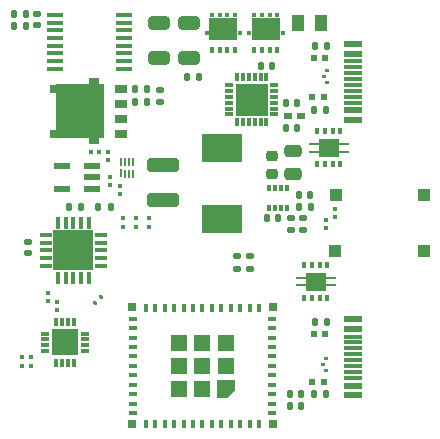
<source format=gbr>
G04 #@! TF.GenerationSoftware,KiCad,Pcbnew,9.0.2*
G04 #@! TF.CreationDate,2025-09-03T18:49:59+02:00*
G04 #@! TF.ProjectId,Afterburner_Nano,41667465-7262-4757-926e-65725f4e616e,rev?*
G04 #@! TF.SameCoordinates,Original*
G04 #@! TF.FileFunction,Paste,Top*
G04 #@! TF.FilePolarity,Positive*
%FSLAX46Y46*%
G04 Gerber Fmt 4.6, Leading zero omitted, Abs format (unit mm)*
G04 Created by KiCad (PCBNEW 9.0.2) date 2025-09-03 18:49:59*
%MOMM*%
%LPD*%
G01*
G04 APERTURE LIST*
G04 Aperture macros list*
%AMRoundRect*
0 Rectangle with rounded corners*
0 $1 Rounding radius*
0 $2 $3 $4 $5 $6 $7 $8 $9 X,Y pos of 4 corners*
0 Add a 4 corners polygon primitive as box body*
4,1,4,$2,$3,$4,$5,$6,$7,$8,$9,$2,$3,0*
0 Add four circle primitives for the rounded corners*
1,1,$1+$1,$2,$3*
1,1,$1+$1,$4,$5*
1,1,$1+$1,$6,$7*
1,1,$1+$1,$8,$9*
0 Add four rect primitives between the rounded corners*
20,1,$1+$1,$2,$3,$4,$5,0*
20,1,$1+$1,$4,$5,$6,$7,0*
20,1,$1+$1,$6,$7,$8,$9,0*
20,1,$1+$1,$8,$9,$2,$3,0*%
%AMOutline5P*
0 Free polygon, 5 corners , with rotation*
0 The origin of the aperture is its center*
0 number of corners: always 5*
0 $1 to $10 corner X, Y*
0 $11 Rotation angle, in degrees counterclockwise*
0 create outline with 5 corners*
4,1,5,$1,$2,$3,$4,$5,$6,$7,$8,$9,$10,$1,$2,$11*%
%AMOutline6P*
0 Free polygon, 6 corners , with rotation*
0 The origin of the aperture is its center*
0 number of corners: always 6*
0 $1 to $12 corner X, Y*
0 $13 Rotation angle, in degrees counterclockwise*
0 create outline with 6 corners*
4,1,6,$1,$2,$3,$4,$5,$6,$7,$8,$9,$10,$11,$12,$1,$2,$13*%
%AMOutline7P*
0 Free polygon, 7 corners , with rotation*
0 The origin of the aperture is its center*
0 number of corners: always 7*
0 $1 to $14 corner X, Y*
0 $15 Rotation angle, in degrees counterclockwise*
0 create outline with 7 corners*
4,1,7,$1,$2,$3,$4,$5,$6,$7,$8,$9,$10,$11,$12,$13,$14,$1,$2,$15*%
%AMOutline8P*
0 Free polygon, 8 corners , with rotation*
0 The origin of the aperture is its center*
0 number of corners: always 8*
0 $1 to $16 corner X, Y*
0 $17 Rotation angle, in degrees counterclockwise*
0 create outline with 8 corners*
4,1,8,$1,$2,$3,$4,$5,$6,$7,$8,$9,$10,$11,$12,$13,$14,$15,$16,$1,$2,$17*%
G04 Aperture macros list end*
%ADD10C,0.010000*%
%ADD11RoundRect,0.135000X0.135000X0.185000X-0.135000X0.185000X-0.135000X-0.185000X0.135000X-0.185000X0*%
%ADD12RoundRect,0.135000X-0.135000X-0.185000X0.135000X-0.185000X0.135000X0.185000X-0.135000X0.185000X0*%
%ADD13R,1.550000X0.600000*%
%ADD14R,1.550000X0.300000*%
%ADD15RoundRect,0.135000X0.185000X-0.135000X0.185000X0.135000X-0.185000X0.135000X-0.185000X-0.135000X0*%
%ADD16R,1.400000X0.600000*%
%ADD17R,0.300000X0.800000*%
%ADD18R,0.800000X0.300000*%
%ADD19R,2.240000X2.240000*%
%ADD20RoundRect,0.250000X-1.100000X0.325000X-1.100000X-0.325000X1.100000X-0.325000X1.100000X0.325000X0*%
%ADD21R,0.190000X0.770000*%
%ADD22R,0.190000X0.710000*%
%ADD23R,0.600000X0.500000*%
%ADD24RoundRect,0.079500X-0.100500X0.079500X-0.100500X-0.079500X0.100500X-0.079500X0.100500X0.079500X0*%
%ADD25RoundRect,0.140000X-0.170000X0.140000X-0.170000X-0.140000X0.170000X-0.140000X0.170000X0.140000X0*%
%ADD26R,1.000000X1.400000*%
%ADD27R,3.500000X2.350000*%
%ADD28RoundRect,0.140000X-0.140000X-0.170000X0.140000X-0.170000X0.140000X0.170000X-0.140000X0.170000X0*%
%ADD29R,1.000000X0.750000*%
%ADD30R,4.055000X4.560000*%
%ADD31R,0.905000X0.495000*%
%ADD32R,0.475000X0.750000*%
%ADD33R,0.800000X0.400000*%
%ADD34R,0.400000X0.800000*%
%ADD35Outline5P,-0.725000X0.130500X-0.130500X0.725000X0.725000X0.725000X0.725000X-0.725000X-0.725000X-0.725000X180.000000*%
%ADD36R,1.450000X1.450000*%
%ADD37R,0.700000X0.700000*%
%ADD38RoundRect,0.250000X0.650000X-0.325000X0.650000X0.325000X-0.650000X0.325000X-0.650000X-0.325000X0*%
%ADD39R,0.310000X0.600000*%
%ADD40R,1.750000X1.500000*%
%ADD41R,0.825000X0.230000*%
%ADD42RoundRect,0.135000X-0.185000X0.135000X-0.185000X-0.135000X0.185000X-0.135000X0.185000X0.135000X0*%
%ADD43R,0.750000X0.600000*%
%ADD44RoundRect,0.079500X0.100500X-0.079500X0.100500X0.079500X-0.100500X0.079500X-0.100500X-0.079500X0*%
%ADD45RoundRect,0.140000X0.140000X0.170000X-0.140000X0.170000X-0.140000X-0.170000X0.140000X-0.170000X0*%
%ADD46R,1.000000X1.000000*%
%ADD47RoundRect,0.079500X0.014849X-0.127279X0.127279X-0.014849X-0.014849X0.127279X-0.127279X0.014849X0*%
%ADD48R,1.475000X0.450000*%
%ADD49RoundRect,0.250000X-0.475000X0.250000X-0.475000X-0.250000X0.475000X-0.250000X0.475000X0.250000X0*%
%ADD50R,0.350000X1.000000*%
%ADD51R,1.000000X0.350000*%
%ADD52R,3.350000X3.350000*%
%ADD53RoundRect,0.225000X-0.250000X0.225000X-0.250000X-0.225000X0.250000X-0.225000X0.250000X0.225000X0*%
%ADD54R,0.350000X0.500000*%
%ADD55R,0.380000X0.430000*%
%ADD56R,0.400000X0.300000*%
%ADD57R,2.450000X1.980000*%
%ADD58R,0.300000X0.475000*%
%ADD59R,0.750000X0.300000*%
%ADD60R,0.300000X0.750000*%
%ADD61R,2.700000X2.700000*%
%ADD62RoundRect,0.079500X0.079500X0.100500X-0.079500X0.100500X-0.079500X-0.100500X0.079500X-0.100500X0*%
G04 APERTURE END LIST*
D10*
X203181500Y-23791000D02*
X203183500Y-23791000D01*
X203186500Y-23792000D01*
X203188500Y-23792000D01*
X203191500Y-23793000D01*
X203193500Y-23794000D01*
X203196500Y-23795000D01*
X203198500Y-23797000D01*
X203200500Y-23798000D01*
X203202500Y-23800000D01*
X203204500Y-23801000D01*
X203206500Y-23803000D01*
X203208500Y-23805000D01*
X203210500Y-23807000D01*
X203212500Y-23809000D01*
X203213500Y-23811000D01*
X203215500Y-23813000D01*
X203216500Y-23815000D01*
X203218500Y-23817000D01*
X203219500Y-23820000D01*
X203220500Y-23822000D01*
X203221500Y-23825000D01*
X203221500Y-23827000D01*
X203222500Y-23830000D01*
X203222500Y-23832000D01*
X203223500Y-23835000D01*
X203223500Y-23837000D01*
X203223500Y-23840000D01*
X203223500Y-23950000D01*
X203223500Y-23953000D01*
X203223500Y-23955000D01*
X203222500Y-23958000D01*
X203222500Y-23960000D01*
X203221500Y-23963000D01*
X203221500Y-23965000D01*
X203220500Y-23968000D01*
X203219500Y-23970000D01*
X203218500Y-23973000D01*
X203216500Y-23975000D01*
X203215500Y-23977000D01*
X203213500Y-23979000D01*
X203212500Y-23981000D01*
X203210500Y-23983000D01*
X203208500Y-23985000D01*
X203206500Y-23987000D01*
X203204500Y-23989000D01*
X203202500Y-23990000D01*
X203200500Y-23992000D01*
X203198500Y-23993000D01*
X203196500Y-23995000D01*
X203193500Y-23996000D01*
X203191500Y-23997000D01*
X203188500Y-23998000D01*
X203186500Y-23998000D01*
X203183500Y-23999000D01*
X203181500Y-23999000D01*
X203178500Y-24000000D01*
X203176500Y-24000000D01*
X203173500Y-24000000D01*
X203063500Y-24000000D01*
X203060500Y-24000000D01*
X203058500Y-24000000D01*
X203055500Y-23999000D01*
X203053500Y-23999000D01*
X203050500Y-23998000D01*
X203048500Y-23998000D01*
X203045500Y-23997000D01*
X203043500Y-23996000D01*
X203040500Y-23995000D01*
X203038500Y-23993000D01*
X203036500Y-23992000D01*
X203034500Y-23990000D01*
X203032500Y-23989000D01*
X203030500Y-23987000D01*
X203028500Y-23985000D01*
X203026500Y-23983000D01*
X203024500Y-23981000D01*
X203023500Y-23979000D01*
X203021500Y-23977000D01*
X203020500Y-23975000D01*
X203018500Y-23973000D01*
X203017500Y-23970000D01*
X203016500Y-23968000D01*
X203015500Y-23965000D01*
X203015500Y-23963000D01*
X203014500Y-23960000D01*
X203014500Y-23958000D01*
X203013500Y-23955000D01*
X203013500Y-23953000D01*
X203013500Y-23950000D01*
X203013500Y-23840000D01*
X203013500Y-23837000D01*
X203013500Y-23835000D01*
X203014500Y-23832000D01*
X203014500Y-23830000D01*
X203015500Y-23827000D01*
X203015500Y-23825000D01*
X203016500Y-23822000D01*
X203017500Y-23820000D01*
X203018500Y-23817000D01*
X203020500Y-23815000D01*
X203021500Y-23813000D01*
X203023500Y-23811000D01*
X203024500Y-23809000D01*
X203026500Y-23807000D01*
X203028500Y-23805000D01*
X203030500Y-23803000D01*
X203032500Y-23801000D01*
X203034500Y-23800000D01*
X203036500Y-23798000D01*
X203038500Y-23797000D01*
X203040500Y-23795000D01*
X203043500Y-23794000D01*
X203045500Y-23793000D01*
X203048500Y-23792000D01*
X203050500Y-23792000D01*
X203053500Y-23791000D01*
X203055500Y-23791000D01*
X203058500Y-23790000D01*
X203060500Y-23790000D01*
X203063500Y-23790000D01*
X203173500Y-23790000D01*
X203176500Y-23790000D01*
X203178500Y-23790000D01*
X203181500Y-23791000D01*
G36*
X203181500Y-23791000D02*
G01*
X203183500Y-23791000D01*
X203186500Y-23792000D01*
X203188500Y-23792000D01*
X203191500Y-23793000D01*
X203193500Y-23794000D01*
X203196500Y-23795000D01*
X203198500Y-23797000D01*
X203200500Y-23798000D01*
X203202500Y-23800000D01*
X203204500Y-23801000D01*
X203206500Y-23803000D01*
X203208500Y-23805000D01*
X203210500Y-23807000D01*
X203212500Y-23809000D01*
X203213500Y-23811000D01*
X203215500Y-23813000D01*
X203216500Y-23815000D01*
X203218500Y-23817000D01*
X203219500Y-23820000D01*
X203220500Y-23822000D01*
X203221500Y-23825000D01*
X203221500Y-23827000D01*
X203222500Y-23830000D01*
X203222500Y-23832000D01*
X203223500Y-23835000D01*
X203223500Y-23837000D01*
X203223500Y-23840000D01*
X203223500Y-23950000D01*
X203223500Y-23953000D01*
X203223500Y-23955000D01*
X203222500Y-23958000D01*
X203222500Y-23960000D01*
X203221500Y-23963000D01*
X203221500Y-23965000D01*
X203220500Y-23968000D01*
X203219500Y-23970000D01*
X203218500Y-23973000D01*
X203216500Y-23975000D01*
X203215500Y-23977000D01*
X203213500Y-23979000D01*
X203212500Y-23981000D01*
X203210500Y-23983000D01*
X203208500Y-23985000D01*
X203206500Y-23987000D01*
X203204500Y-23989000D01*
X203202500Y-23990000D01*
X203200500Y-23992000D01*
X203198500Y-23993000D01*
X203196500Y-23995000D01*
X203193500Y-23996000D01*
X203191500Y-23997000D01*
X203188500Y-23998000D01*
X203186500Y-23998000D01*
X203183500Y-23999000D01*
X203181500Y-23999000D01*
X203178500Y-24000000D01*
X203176500Y-24000000D01*
X203173500Y-24000000D01*
X203063500Y-24000000D01*
X203060500Y-24000000D01*
X203058500Y-24000000D01*
X203055500Y-23999000D01*
X203053500Y-23999000D01*
X203050500Y-23998000D01*
X203048500Y-23998000D01*
X203045500Y-23997000D01*
X203043500Y-23996000D01*
X203040500Y-23995000D01*
X203038500Y-23993000D01*
X203036500Y-23992000D01*
X203034500Y-23990000D01*
X203032500Y-23989000D01*
X203030500Y-23987000D01*
X203028500Y-23985000D01*
X203026500Y-23983000D01*
X203024500Y-23981000D01*
X203023500Y-23979000D01*
X203021500Y-23977000D01*
X203020500Y-23975000D01*
X203018500Y-23973000D01*
X203017500Y-23970000D01*
X203016500Y-23968000D01*
X203015500Y-23965000D01*
X203015500Y-23963000D01*
X203014500Y-23960000D01*
X203014500Y-23958000D01*
X203013500Y-23955000D01*
X203013500Y-23953000D01*
X203013500Y-23950000D01*
X203013500Y-23840000D01*
X203013500Y-23837000D01*
X203013500Y-23835000D01*
X203014500Y-23832000D01*
X203014500Y-23830000D01*
X203015500Y-23827000D01*
X203015500Y-23825000D01*
X203016500Y-23822000D01*
X203017500Y-23820000D01*
X203018500Y-23817000D01*
X203020500Y-23815000D01*
X203021500Y-23813000D01*
X203023500Y-23811000D01*
X203024500Y-23809000D01*
X203026500Y-23807000D01*
X203028500Y-23805000D01*
X203030500Y-23803000D01*
X203032500Y-23801000D01*
X203034500Y-23800000D01*
X203036500Y-23798000D01*
X203038500Y-23797000D01*
X203040500Y-23795000D01*
X203043500Y-23794000D01*
X203045500Y-23793000D01*
X203048500Y-23792000D01*
X203050500Y-23792000D01*
X203053500Y-23791000D01*
X203055500Y-23791000D01*
X203058500Y-23790000D01*
X203060500Y-23790000D01*
X203063500Y-23790000D01*
X203173500Y-23790000D01*
X203176500Y-23790000D01*
X203178500Y-23790000D01*
X203181500Y-23791000D01*
G37*
X203431500Y-23291000D02*
X203433500Y-23291000D01*
X203436500Y-23292000D01*
X203438500Y-23292000D01*
X203441500Y-23293000D01*
X203443500Y-23294000D01*
X203446500Y-23295000D01*
X203448500Y-23297000D01*
X203450500Y-23298000D01*
X203452500Y-23300000D01*
X203454500Y-23301000D01*
X203456500Y-23303000D01*
X203458500Y-23305000D01*
X203460500Y-23307000D01*
X203462500Y-23309000D01*
X203463500Y-23311000D01*
X203465500Y-23313000D01*
X203466500Y-23315000D01*
X203468500Y-23317000D01*
X203469500Y-23320000D01*
X203470500Y-23322000D01*
X203471500Y-23325000D01*
X203471500Y-23327000D01*
X203472500Y-23330000D01*
X203472500Y-23332000D01*
X203473500Y-23335000D01*
X203473500Y-23337000D01*
X203473500Y-23340000D01*
X203473500Y-23450000D01*
X203473500Y-23453000D01*
X203473500Y-23455000D01*
X203472500Y-23458000D01*
X203472500Y-23460000D01*
X203471500Y-23463000D01*
X203471500Y-23465000D01*
X203470500Y-23468000D01*
X203469500Y-23470000D01*
X203468500Y-23473000D01*
X203466500Y-23475000D01*
X203465500Y-23477000D01*
X203463500Y-23479000D01*
X203462500Y-23481000D01*
X203460500Y-23483000D01*
X203458500Y-23485000D01*
X203456500Y-23487000D01*
X203454500Y-23489000D01*
X203452500Y-23490000D01*
X203450500Y-23492000D01*
X203448500Y-23493000D01*
X203446500Y-23495000D01*
X203443500Y-23496000D01*
X203441500Y-23497000D01*
X203438500Y-23498000D01*
X203436500Y-23498000D01*
X203433500Y-23499000D01*
X203431500Y-23499000D01*
X203428500Y-23500000D01*
X203426500Y-23500000D01*
X203423500Y-23500000D01*
X203313500Y-23500000D01*
X203310500Y-23500000D01*
X203308500Y-23500000D01*
X203305500Y-23499000D01*
X203303500Y-23499000D01*
X203300500Y-23498000D01*
X203298500Y-23498000D01*
X203295500Y-23497000D01*
X203293500Y-23496000D01*
X203290500Y-23495000D01*
X203288500Y-23493000D01*
X203286500Y-23492000D01*
X203284500Y-23490000D01*
X203282500Y-23489000D01*
X203280500Y-23487000D01*
X203278500Y-23485000D01*
X203276500Y-23483000D01*
X203274500Y-23481000D01*
X203273500Y-23479000D01*
X203271500Y-23477000D01*
X203270500Y-23475000D01*
X203268500Y-23473000D01*
X203267500Y-23470000D01*
X203266500Y-23468000D01*
X203265500Y-23465000D01*
X203265500Y-23463000D01*
X203264500Y-23460000D01*
X203264500Y-23458000D01*
X203263500Y-23455000D01*
X203263500Y-23453000D01*
X203263500Y-23450000D01*
X203263500Y-23340000D01*
X203263500Y-23337000D01*
X203263500Y-23335000D01*
X203264500Y-23332000D01*
X203264500Y-23330000D01*
X203265500Y-23327000D01*
X203265500Y-23325000D01*
X203266500Y-23322000D01*
X203267500Y-23320000D01*
X203268500Y-23317000D01*
X203270500Y-23315000D01*
X203271500Y-23313000D01*
X203273500Y-23311000D01*
X203274500Y-23309000D01*
X203276500Y-23307000D01*
X203278500Y-23305000D01*
X203280500Y-23303000D01*
X203282500Y-23301000D01*
X203284500Y-23300000D01*
X203286500Y-23298000D01*
X203288500Y-23297000D01*
X203290500Y-23295000D01*
X203293500Y-23294000D01*
X203295500Y-23293000D01*
X203298500Y-23292000D01*
X203300500Y-23292000D01*
X203303500Y-23291000D01*
X203305500Y-23291000D01*
X203308500Y-23290000D01*
X203310500Y-23290000D01*
X203313500Y-23290000D01*
X203423500Y-23290000D01*
X203426500Y-23290000D01*
X203428500Y-23290000D01*
X203431500Y-23291000D01*
G36*
X203431500Y-23291000D02*
G01*
X203433500Y-23291000D01*
X203436500Y-23292000D01*
X203438500Y-23292000D01*
X203441500Y-23293000D01*
X203443500Y-23294000D01*
X203446500Y-23295000D01*
X203448500Y-23297000D01*
X203450500Y-23298000D01*
X203452500Y-23300000D01*
X203454500Y-23301000D01*
X203456500Y-23303000D01*
X203458500Y-23305000D01*
X203460500Y-23307000D01*
X203462500Y-23309000D01*
X203463500Y-23311000D01*
X203465500Y-23313000D01*
X203466500Y-23315000D01*
X203468500Y-23317000D01*
X203469500Y-23320000D01*
X203470500Y-23322000D01*
X203471500Y-23325000D01*
X203471500Y-23327000D01*
X203472500Y-23330000D01*
X203472500Y-23332000D01*
X203473500Y-23335000D01*
X203473500Y-23337000D01*
X203473500Y-23340000D01*
X203473500Y-23450000D01*
X203473500Y-23453000D01*
X203473500Y-23455000D01*
X203472500Y-23458000D01*
X203472500Y-23460000D01*
X203471500Y-23463000D01*
X203471500Y-23465000D01*
X203470500Y-23468000D01*
X203469500Y-23470000D01*
X203468500Y-23473000D01*
X203466500Y-23475000D01*
X203465500Y-23477000D01*
X203463500Y-23479000D01*
X203462500Y-23481000D01*
X203460500Y-23483000D01*
X203458500Y-23485000D01*
X203456500Y-23487000D01*
X203454500Y-23489000D01*
X203452500Y-23490000D01*
X203450500Y-23492000D01*
X203448500Y-23493000D01*
X203446500Y-23495000D01*
X203443500Y-23496000D01*
X203441500Y-23497000D01*
X203438500Y-23498000D01*
X203436500Y-23498000D01*
X203433500Y-23499000D01*
X203431500Y-23499000D01*
X203428500Y-23500000D01*
X203426500Y-23500000D01*
X203423500Y-23500000D01*
X203313500Y-23500000D01*
X203310500Y-23500000D01*
X203308500Y-23500000D01*
X203305500Y-23499000D01*
X203303500Y-23499000D01*
X203300500Y-23498000D01*
X203298500Y-23498000D01*
X203295500Y-23497000D01*
X203293500Y-23496000D01*
X203290500Y-23495000D01*
X203288500Y-23493000D01*
X203286500Y-23492000D01*
X203284500Y-23490000D01*
X203282500Y-23489000D01*
X203280500Y-23487000D01*
X203278500Y-23485000D01*
X203276500Y-23483000D01*
X203274500Y-23481000D01*
X203273500Y-23479000D01*
X203271500Y-23477000D01*
X203270500Y-23475000D01*
X203268500Y-23473000D01*
X203267500Y-23470000D01*
X203266500Y-23468000D01*
X203265500Y-23465000D01*
X203265500Y-23463000D01*
X203264500Y-23460000D01*
X203264500Y-23458000D01*
X203263500Y-23455000D01*
X203263500Y-23453000D01*
X203263500Y-23450000D01*
X203263500Y-23340000D01*
X203263500Y-23337000D01*
X203263500Y-23335000D01*
X203264500Y-23332000D01*
X203264500Y-23330000D01*
X203265500Y-23327000D01*
X203265500Y-23325000D01*
X203266500Y-23322000D01*
X203267500Y-23320000D01*
X203268500Y-23317000D01*
X203270500Y-23315000D01*
X203271500Y-23313000D01*
X203273500Y-23311000D01*
X203274500Y-23309000D01*
X203276500Y-23307000D01*
X203278500Y-23305000D01*
X203280500Y-23303000D01*
X203282500Y-23301000D01*
X203284500Y-23300000D01*
X203286500Y-23298000D01*
X203288500Y-23297000D01*
X203290500Y-23295000D01*
X203293500Y-23294000D01*
X203295500Y-23293000D01*
X203298500Y-23292000D01*
X203300500Y-23292000D01*
X203303500Y-23291000D01*
X203305500Y-23291000D01*
X203308500Y-23290000D01*
X203310500Y-23290000D01*
X203313500Y-23290000D01*
X203423500Y-23290000D01*
X203426500Y-23290000D01*
X203428500Y-23290000D01*
X203431500Y-23291000D01*
G37*
X203431500Y-24291000D02*
X203433500Y-24291000D01*
X203436500Y-24292000D01*
X203438500Y-24292000D01*
X203441500Y-24293000D01*
X203443500Y-24294000D01*
X203446500Y-24295000D01*
X203448500Y-24297000D01*
X203450500Y-24298000D01*
X203452500Y-24300000D01*
X203454500Y-24301000D01*
X203456500Y-24303000D01*
X203458500Y-24305000D01*
X203460500Y-24307000D01*
X203462500Y-24309000D01*
X203463500Y-24311000D01*
X203465500Y-24313000D01*
X203466500Y-24315000D01*
X203468500Y-24317000D01*
X203469500Y-24320000D01*
X203470500Y-24322000D01*
X203471500Y-24325000D01*
X203471500Y-24327000D01*
X203472500Y-24330000D01*
X203472500Y-24332000D01*
X203473500Y-24335000D01*
X203473500Y-24337000D01*
X203473500Y-24340000D01*
X203473500Y-24450000D01*
X203473500Y-24453000D01*
X203473500Y-24455000D01*
X203472500Y-24458000D01*
X203472500Y-24460000D01*
X203471500Y-24463000D01*
X203471500Y-24465000D01*
X203470500Y-24468000D01*
X203469500Y-24470000D01*
X203468500Y-24473000D01*
X203466500Y-24475000D01*
X203465500Y-24477000D01*
X203463500Y-24479000D01*
X203462500Y-24481000D01*
X203460500Y-24483000D01*
X203458500Y-24485000D01*
X203456500Y-24487000D01*
X203454500Y-24489000D01*
X203452500Y-24490000D01*
X203450500Y-24492000D01*
X203448500Y-24493000D01*
X203446500Y-24495000D01*
X203443500Y-24496000D01*
X203441500Y-24497000D01*
X203438500Y-24498000D01*
X203436500Y-24498000D01*
X203433500Y-24499000D01*
X203431500Y-24499000D01*
X203428500Y-24500000D01*
X203426500Y-24500000D01*
X203423500Y-24500000D01*
X203313500Y-24500000D01*
X203310500Y-24500000D01*
X203308500Y-24500000D01*
X203305500Y-24499000D01*
X203303500Y-24499000D01*
X203300500Y-24498000D01*
X203298500Y-24498000D01*
X203295500Y-24497000D01*
X203293500Y-24496000D01*
X203290500Y-24495000D01*
X203288500Y-24493000D01*
X203286500Y-24492000D01*
X203284500Y-24490000D01*
X203282500Y-24489000D01*
X203280500Y-24487000D01*
X203278500Y-24485000D01*
X203276500Y-24483000D01*
X203274500Y-24481000D01*
X203273500Y-24479000D01*
X203271500Y-24477000D01*
X203270500Y-24475000D01*
X203268500Y-24473000D01*
X203267500Y-24470000D01*
X203266500Y-24468000D01*
X203265500Y-24465000D01*
X203265500Y-24463000D01*
X203264500Y-24460000D01*
X203264500Y-24458000D01*
X203263500Y-24455000D01*
X203263500Y-24453000D01*
X203263500Y-24450000D01*
X203263500Y-24340000D01*
X203263500Y-24337000D01*
X203263500Y-24335000D01*
X203264500Y-24332000D01*
X203264500Y-24330000D01*
X203265500Y-24327000D01*
X203265500Y-24325000D01*
X203266500Y-24322000D01*
X203267500Y-24320000D01*
X203268500Y-24317000D01*
X203270500Y-24315000D01*
X203271500Y-24313000D01*
X203273500Y-24311000D01*
X203274500Y-24309000D01*
X203276500Y-24307000D01*
X203278500Y-24305000D01*
X203280500Y-24303000D01*
X203282500Y-24301000D01*
X203284500Y-24300000D01*
X203286500Y-24298000D01*
X203288500Y-24297000D01*
X203290500Y-24295000D01*
X203293500Y-24294000D01*
X203295500Y-24293000D01*
X203298500Y-24292000D01*
X203300500Y-24292000D01*
X203303500Y-24291000D01*
X203305500Y-24291000D01*
X203308500Y-24290000D01*
X203310500Y-24290000D01*
X203313500Y-24290000D01*
X203423500Y-24290000D01*
X203426500Y-24290000D01*
X203428500Y-24290000D01*
X203431500Y-24291000D01*
G36*
X203431500Y-24291000D02*
G01*
X203433500Y-24291000D01*
X203436500Y-24292000D01*
X203438500Y-24292000D01*
X203441500Y-24293000D01*
X203443500Y-24294000D01*
X203446500Y-24295000D01*
X203448500Y-24297000D01*
X203450500Y-24298000D01*
X203452500Y-24300000D01*
X203454500Y-24301000D01*
X203456500Y-24303000D01*
X203458500Y-24305000D01*
X203460500Y-24307000D01*
X203462500Y-24309000D01*
X203463500Y-24311000D01*
X203465500Y-24313000D01*
X203466500Y-24315000D01*
X203468500Y-24317000D01*
X203469500Y-24320000D01*
X203470500Y-24322000D01*
X203471500Y-24325000D01*
X203471500Y-24327000D01*
X203472500Y-24330000D01*
X203472500Y-24332000D01*
X203473500Y-24335000D01*
X203473500Y-24337000D01*
X203473500Y-24340000D01*
X203473500Y-24450000D01*
X203473500Y-24453000D01*
X203473500Y-24455000D01*
X203472500Y-24458000D01*
X203472500Y-24460000D01*
X203471500Y-24463000D01*
X203471500Y-24465000D01*
X203470500Y-24468000D01*
X203469500Y-24470000D01*
X203468500Y-24473000D01*
X203466500Y-24475000D01*
X203465500Y-24477000D01*
X203463500Y-24479000D01*
X203462500Y-24481000D01*
X203460500Y-24483000D01*
X203458500Y-24485000D01*
X203456500Y-24487000D01*
X203454500Y-24489000D01*
X203452500Y-24490000D01*
X203450500Y-24492000D01*
X203448500Y-24493000D01*
X203446500Y-24495000D01*
X203443500Y-24496000D01*
X203441500Y-24497000D01*
X203438500Y-24498000D01*
X203436500Y-24498000D01*
X203433500Y-24499000D01*
X203431500Y-24499000D01*
X203428500Y-24500000D01*
X203426500Y-24500000D01*
X203423500Y-24500000D01*
X203313500Y-24500000D01*
X203310500Y-24500000D01*
X203308500Y-24500000D01*
X203305500Y-24499000D01*
X203303500Y-24499000D01*
X203300500Y-24498000D01*
X203298500Y-24498000D01*
X203295500Y-24497000D01*
X203293500Y-24496000D01*
X203290500Y-24495000D01*
X203288500Y-24493000D01*
X203286500Y-24492000D01*
X203284500Y-24490000D01*
X203282500Y-24489000D01*
X203280500Y-24487000D01*
X203278500Y-24485000D01*
X203276500Y-24483000D01*
X203274500Y-24481000D01*
X203273500Y-24479000D01*
X203271500Y-24477000D01*
X203270500Y-24475000D01*
X203268500Y-24473000D01*
X203267500Y-24470000D01*
X203266500Y-24468000D01*
X203265500Y-24465000D01*
X203265500Y-24463000D01*
X203264500Y-24460000D01*
X203264500Y-24458000D01*
X203263500Y-24455000D01*
X203263500Y-24453000D01*
X203263500Y-24450000D01*
X203263500Y-24340000D01*
X203263500Y-24337000D01*
X203263500Y-24335000D01*
X203264500Y-24332000D01*
X203264500Y-24330000D01*
X203265500Y-24327000D01*
X203265500Y-24325000D01*
X203266500Y-24322000D01*
X203267500Y-24320000D01*
X203268500Y-24317000D01*
X203270500Y-24315000D01*
X203271500Y-24313000D01*
X203273500Y-24311000D01*
X203274500Y-24309000D01*
X203276500Y-24307000D01*
X203278500Y-24305000D01*
X203280500Y-24303000D01*
X203282500Y-24301000D01*
X203284500Y-24300000D01*
X203286500Y-24298000D01*
X203288500Y-24297000D01*
X203290500Y-24295000D01*
X203293500Y-24294000D01*
X203295500Y-24293000D01*
X203298500Y-24292000D01*
X203300500Y-24292000D01*
X203303500Y-24291000D01*
X203305500Y-24291000D01*
X203308500Y-24290000D01*
X203310500Y-24290000D01*
X203313500Y-24290000D01*
X203423500Y-24290000D01*
X203426500Y-24290000D01*
X203428500Y-24290000D01*
X203431500Y-24291000D01*
G37*
X203073000Y-48166000D02*
X203075000Y-48166000D01*
X203078000Y-48167000D01*
X203080000Y-48167000D01*
X203083000Y-48168000D01*
X203085000Y-48169000D01*
X203088000Y-48170000D01*
X203090000Y-48172000D01*
X203092000Y-48173000D01*
X203094000Y-48175000D01*
X203096000Y-48176000D01*
X203098000Y-48178000D01*
X203100000Y-48180000D01*
X203102000Y-48182000D01*
X203104000Y-48184000D01*
X203105000Y-48186000D01*
X203107000Y-48188000D01*
X203108000Y-48190000D01*
X203110000Y-48192000D01*
X203111000Y-48195000D01*
X203112000Y-48197000D01*
X203113000Y-48200000D01*
X203113000Y-48202000D01*
X203114000Y-48205000D01*
X203114000Y-48207000D01*
X203115000Y-48210000D01*
X203115000Y-48212000D01*
X203115000Y-48215000D01*
X203115000Y-48325000D01*
X203115000Y-48328000D01*
X203115000Y-48330000D01*
X203114000Y-48333000D01*
X203114000Y-48335000D01*
X203113000Y-48338000D01*
X203113000Y-48340000D01*
X203112000Y-48343000D01*
X203111000Y-48345000D01*
X203110000Y-48348000D01*
X203108000Y-48350000D01*
X203107000Y-48352000D01*
X203105000Y-48354000D01*
X203104000Y-48356000D01*
X203102000Y-48358000D01*
X203100000Y-48360000D01*
X203098000Y-48362000D01*
X203096000Y-48364000D01*
X203094000Y-48365000D01*
X203092000Y-48367000D01*
X203090000Y-48368000D01*
X203088000Y-48370000D01*
X203085000Y-48371000D01*
X203083000Y-48372000D01*
X203080000Y-48373000D01*
X203078000Y-48373000D01*
X203075000Y-48374000D01*
X203073000Y-48374000D01*
X203070000Y-48375000D01*
X203068000Y-48375000D01*
X203065000Y-48375000D01*
X202955000Y-48375000D01*
X202952000Y-48375000D01*
X202950000Y-48375000D01*
X202947000Y-48374000D01*
X202945000Y-48374000D01*
X202942000Y-48373000D01*
X202940000Y-48373000D01*
X202937000Y-48372000D01*
X202935000Y-48371000D01*
X202932000Y-48370000D01*
X202930000Y-48368000D01*
X202928000Y-48367000D01*
X202926000Y-48365000D01*
X202924000Y-48364000D01*
X202922000Y-48362000D01*
X202920000Y-48360000D01*
X202918000Y-48358000D01*
X202916000Y-48356000D01*
X202915000Y-48354000D01*
X202913000Y-48352000D01*
X202912000Y-48350000D01*
X202910000Y-48348000D01*
X202909000Y-48345000D01*
X202908000Y-48343000D01*
X202907000Y-48340000D01*
X202907000Y-48338000D01*
X202906000Y-48335000D01*
X202906000Y-48333000D01*
X202905000Y-48330000D01*
X202905000Y-48328000D01*
X202905000Y-48325000D01*
X202905000Y-48215000D01*
X202905000Y-48212000D01*
X202905000Y-48210000D01*
X202906000Y-48207000D01*
X202906000Y-48205000D01*
X202907000Y-48202000D01*
X202907000Y-48200000D01*
X202908000Y-48197000D01*
X202909000Y-48195000D01*
X202910000Y-48192000D01*
X202912000Y-48190000D01*
X202913000Y-48188000D01*
X202915000Y-48186000D01*
X202916000Y-48184000D01*
X202918000Y-48182000D01*
X202920000Y-48180000D01*
X202922000Y-48178000D01*
X202924000Y-48176000D01*
X202926000Y-48175000D01*
X202928000Y-48173000D01*
X202930000Y-48172000D01*
X202932000Y-48170000D01*
X202935000Y-48169000D01*
X202937000Y-48168000D01*
X202940000Y-48167000D01*
X202942000Y-48167000D01*
X202945000Y-48166000D01*
X202947000Y-48166000D01*
X202950000Y-48165000D01*
X202952000Y-48165000D01*
X202955000Y-48165000D01*
X203065000Y-48165000D01*
X203068000Y-48165000D01*
X203070000Y-48165000D01*
X203073000Y-48166000D01*
G36*
X203073000Y-48166000D02*
G01*
X203075000Y-48166000D01*
X203078000Y-48167000D01*
X203080000Y-48167000D01*
X203083000Y-48168000D01*
X203085000Y-48169000D01*
X203088000Y-48170000D01*
X203090000Y-48172000D01*
X203092000Y-48173000D01*
X203094000Y-48175000D01*
X203096000Y-48176000D01*
X203098000Y-48178000D01*
X203100000Y-48180000D01*
X203102000Y-48182000D01*
X203104000Y-48184000D01*
X203105000Y-48186000D01*
X203107000Y-48188000D01*
X203108000Y-48190000D01*
X203110000Y-48192000D01*
X203111000Y-48195000D01*
X203112000Y-48197000D01*
X203113000Y-48200000D01*
X203113000Y-48202000D01*
X203114000Y-48205000D01*
X203114000Y-48207000D01*
X203115000Y-48210000D01*
X203115000Y-48212000D01*
X203115000Y-48215000D01*
X203115000Y-48325000D01*
X203115000Y-48328000D01*
X203115000Y-48330000D01*
X203114000Y-48333000D01*
X203114000Y-48335000D01*
X203113000Y-48338000D01*
X203113000Y-48340000D01*
X203112000Y-48343000D01*
X203111000Y-48345000D01*
X203110000Y-48348000D01*
X203108000Y-48350000D01*
X203107000Y-48352000D01*
X203105000Y-48354000D01*
X203104000Y-48356000D01*
X203102000Y-48358000D01*
X203100000Y-48360000D01*
X203098000Y-48362000D01*
X203096000Y-48364000D01*
X203094000Y-48365000D01*
X203092000Y-48367000D01*
X203090000Y-48368000D01*
X203088000Y-48370000D01*
X203085000Y-48371000D01*
X203083000Y-48372000D01*
X203080000Y-48373000D01*
X203078000Y-48373000D01*
X203075000Y-48374000D01*
X203073000Y-48374000D01*
X203070000Y-48375000D01*
X203068000Y-48375000D01*
X203065000Y-48375000D01*
X202955000Y-48375000D01*
X202952000Y-48375000D01*
X202950000Y-48375000D01*
X202947000Y-48374000D01*
X202945000Y-48374000D01*
X202942000Y-48373000D01*
X202940000Y-48373000D01*
X202937000Y-48372000D01*
X202935000Y-48371000D01*
X202932000Y-48370000D01*
X202930000Y-48368000D01*
X202928000Y-48367000D01*
X202926000Y-48365000D01*
X202924000Y-48364000D01*
X202922000Y-48362000D01*
X202920000Y-48360000D01*
X202918000Y-48358000D01*
X202916000Y-48356000D01*
X202915000Y-48354000D01*
X202913000Y-48352000D01*
X202912000Y-48350000D01*
X202910000Y-48348000D01*
X202909000Y-48345000D01*
X202908000Y-48343000D01*
X202907000Y-48340000D01*
X202907000Y-48338000D01*
X202906000Y-48335000D01*
X202906000Y-48333000D01*
X202905000Y-48330000D01*
X202905000Y-48328000D01*
X202905000Y-48325000D01*
X202905000Y-48215000D01*
X202905000Y-48212000D01*
X202905000Y-48210000D01*
X202906000Y-48207000D01*
X202906000Y-48205000D01*
X202907000Y-48202000D01*
X202907000Y-48200000D01*
X202908000Y-48197000D01*
X202909000Y-48195000D01*
X202910000Y-48192000D01*
X202912000Y-48190000D01*
X202913000Y-48188000D01*
X202915000Y-48186000D01*
X202916000Y-48184000D01*
X202918000Y-48182000D01*
X202920000Y-48180000D01*
X202922000Y-48178000D01*
X202924000Y-48176000D01*
X202926000Y-48175000D01*
X202928000Y-48173000D01*
X202930000Y-48172000D01*
X202932000Y-48170000D01*
X202935000Y-48169000D01*
X202937000Y-48168000D01*
X202940000Y-48167000D01*
X202942000Y-48167000D01*
X202945000Y-48166000D01*
X202947000Y-48166000D01*
X202950000Y-48165000D01*
X202952000Y-48165000D01*
X202955000Y-48165000D01*
X203065000Y-48165000D01*
X203068000Y-48165000D01*
X203070000Y-48165000D01*
X203073000Y-48166000D01*
G37*
X203323000Y-47666000D02*
X203325000Y-47666000D01*
X203328000Y-47667000D01*
X203330000Y-47667000D01*
X203333000Y-47668000D01*
X203335000Y-47669000D01*
X203338000Y-47670000D01*
X203340000Y-47672000D01*
X203342000Y-47673000D01*
X203344000Y-47675000D01*
X203346000Y-47676000D01*
X203348000Y-47678000D01*
X203350000Y-47680000D01*
X203352000Y-47682000D01*
X203354000Y-47684000D01*
X203355000Y-47686000D01*
X203357000Y-47688000D01*
X203358000Y-47690000D01*
X203360000Y-47692000D01*
X203361000Y-47695000D01*
X203362000Y-47697000D01*
X203363000Y-47700000D01*
X203363000Y-47702000D01*
X203364000Y-47705000D01*
X203364000Y-47707000D01*
X203365000Y-47710000D01*
X203365000Y-47712000D01*
X203365000Y-47715000D01*
X203365000Y-47825000D01*
X203365000Y-47828000D01*
X203365000Y-47830000D01*
X203364000Y-47833000D01*
X203364000Y-47835000D01*
X203363000Y-47838000D01*
X203363000Y-47840000D01*
X203362000Y-47843000D01*
X203361000Y-47845000D01*
X203360000Y-47848000D01*
X203358000Y-47850000D01*
X203357000Y-47852000D01*
X203355000Y-47854000D01*
X203354000Y-47856000D01*
X203352000Y-47858000D01*
X203350000Y-47860000D01*
X203348000Y-47862000D01*
X203346000Y-47864000D01*
X203344000Y-47865000D01*
X203342000Y-47867000D01*
X203340000Y-47868000D01*
X203338000Y-47870000D01*
X203335000Y-47871000D01*
X203333000Y-47872000D01*
X203330000Y-47873000D01*
X203328000Y-47873000D01*
X203325000Y-47874000D01*
X203323000Y-47874000D01*
X203320000Y-47875000D01*
X203318000Y-47875000D01*
X203315000Y-47875000D01*
X203205000Y-47875000D01*
X203202000Y-47875000D01*
X203200000Y-47875000D01*
X203197000Y-47874000D01*
X203195000Y-47874000D01*
X203192000Y-47873000D01*
X203190000Y-47873000D01*
X203187000Y-47872000D01*
X203185000Y-47871000D01*
X203182000Y-47870000D01*
X203180000Y-47868000D01*
X203178000Y-47867000D01*
X203176000Y-47865000D01*
X203174000Y-47864000D01*
X203172000Y-47862000D01*
X203170000Y-47860000D01*
X203168000Y-47858000D01*
X203166000Y-47856000D01*
X203165000Y-47854000D01*
X203163000Y-47852000D01*
X203162000Y-47850000D01*
X203160000Y-47848000D01*
X203159000Y-47845000D01*
X203158000Y-47843000D01*
X203157000Y-47840000D01*
X203157000Y-47838000D01*
X203156000Y-47835000D01*
X203156000Y-47833000D01*
X203155000Y-47830000D01*
X203155000Y-47828000D01*
X203155000Y-47825000D01*
X203155000Y-47715000D01*
X203155000Y-47712000D01*
X203155000Y-47710000D01*
X203156000Y-47707000D01*
X203156000Y-47705000D01*
X203157000Y-47702000D01*
X203157000Y-47700000D01*
X203158000Y-47697000D01*
X203159000Y-47695000D01*
X203160000Y-47692000D01*
X203162000Y-47690000D01*
X203163000Y-47688000D01*
X203165000Y-47686000D01*
X203166000Y-47684000D01*
X203168000Y-47682000D01*
X203170000Y-47680000D01*
X203172000Y-47678000D01*
X203174000Y-47676000D01*
X203176000Y-47675000D01*
X203178000Y-47673000D01*
X203180000Y-47672000D01*
X203182000Y-47670000D01*
X203185000Y-47669000D01*
X203187000Y-47668000D01*
X203190000Y-47667000D01*
X203192000Y-47667000D01*
X203195000Y-47666000D01*
X203197000Y-47666000D01*
X203200000Y-47665000D01*
X203202000Y-47665000D01*
X203205000Y-47665000D01*
X203315000Y-47665000D01*
X203318000Y-47665000D01*
X203320000Y-47665000D01*
X203323000Y-47666000D01*
G36*
X203323000Y-47666000D02*
G01*
X203325000Y-47666000D01*
X203328000Y-47667000D01*
X203330000Y-47667000D01*
X203333000Y-47668000D01*
X203335000Y-47669000D01*
X203338000Y-47670000D01*
X203340000Y-47672000D01*
X203342000Y-47673000D01*
X203344000Y-47675000D01*
X203346000Y-47676000D01*
X203348000Y-47678000D01*
X203350000Y-47680000D01*
X203352000Y-47682000D01*
X203354000Y-47684000D01*
X203355000Y-47686000D01*
X203357000Y-47688000D01*
X203358000Y-47690000D01*
X203360000Y-47692000D01*
X203361000Y-47695000D01*
X203362000Y-47697000D01*
X203363000Y-47700000D01*
X203363000Y-47702000D01*
X203364000Y-47705000D01*
X203364000Y-47707000D01*
X203365000Y-47710000D01*
X203365000Y-47712000D01*
X203365000Y-47715000D01*
X203365000Y-47825000D01*
X203365000Y-47828000D01*
X203365000Y-47830000D01*
X203364000Y-47833000D01*
X203364000Y-47835000D01*
X203363000Y-47838000D01*
X203363000Y-47840000D01*
X203362000Y-47843000D01*
X203361000Y-47845000D01*
X203360000Y-47848000D01*
X203358000Y-47850000D01*
X203357000Y-47852000D01*
X203355000Y-47854000D01*
X203354000Y-47856000D01*
X203352000Y-47858000D01*
X203350000Y-47860000D01*
X203348000Y-47862000D01*
X203346000Y-47864000D01*
X203344000Y-47865000D01*
X203342000Y-47867000D01*
X203340000Y-47868000D01*
X203338000Y-47870000D01*
X203335000Y-47871000D01*
X203333000Y-47872000D01*
X203330000Y-47873000D01*
X203328000Y-47873000D01*
X203325000Y-47874000D01*
X203323000Y-47874000D01*
X203320000Y-47875000D01*
X203318000Y-47875000D01*
X203315000Y-47875000D01*
X203205000Y-47875000D01*
X203202000Y-47875000D01*
X203200000Y-47875000D01*
X203197000Y-47874000D01*
X203195000Y-47874000D01*
X203192000Y-47873000D01*
X203190000Y-47873000D01*
X203187000Y-47872000D01*
X203185000Y-47871000D01*
X203182000Y-47870000D01*
X203180000Y-47868000D01*
X203178000Y-47867000D01*
X203176000Y-47865000D01*
X203174000Y-47864000D01*
X203172000Y-47862000D01*
X203170000Y-47860000D01*
X203168000Y-47858000D01*
X203166000Y-47856000D01*
X203165000Y-47854000D01*
X203163000Y-47852000D01*
X203162000Y-47850000D01*
X203160000Y-47848000D01*
X203159000Y-47845000D01*
X203158000Y-47843000D01*
X203157000Y-47840000D01*
X203157000Y-47838000D01*
X203156000Y-47835000D01*
X203156000Y-47833000D01*
X203155000Y-47830000D01*
X203155000Y-47828000D01*
X203155000Y-47825000D01*
X203155000Y-47715000D01*
X203155000Y-47712000D01*
X203155000Y-47710000D01*
X203156000Y-47707000D01*
X203156000Y-47705000D01*
X203157000Y-47702000D01*
X203157000Y-47700000D01*
X203158000Y-47697000D01*
X203159000Y-47695000D01*
X203160000Y-47692000D01*
X203162000Y-47690000D01*
X203163000Y-47688000D01*
X203165000Y-47686000D01*
X203166000Y-47684000D01*
X203168000Y-47682000D01*
X203170000Y-47680000D01*
X203172000Y-47678000D01*
X203174000Y-47676000D01*
X203176000Y-47675000D01*
X203178000Y-47673000D01*
X203180000Y-47672000D01*
X203182000Y-47670000D01*
X203185000Y-47669000D01*
X203187000Y-47668000D01*
X203190000Y-47667000D01*
X203192000Y-47667000D01*
X203195000Y-47666000D01*
X203197000Y-47666000D01*
X203200000Y-47665000D01*
X203202000Y-47665000D01*
X203205000Y-47665000D01*
X203315000Y-47665000D01*
X203318000Y-47665000D01*
X203320000Y-47665000D01*
X203323000Y-47666000D01*
G37*
X203323000Y-48666000D02*
X203325000Y-48666000D01*
X203328000Y-48667000D01*
X203330000Y-48667000D01*
X203333000Y-48668000D01*
X203335000Y-48669000D01*
X203338000Y-48670000D01*
X203340000Y-48672000D01*
X203342000Y-48673000D01*
X203344000Y-48675000D01*
X203346000Y-48676000D01*
X203348000Y-48678000D01*
X203350000Y-48680000D01*
X203352000Y-48682000D01*
X203354000Y-48684000D01*
X203355000Y-48686000D01*
X203357000Y-48688000D01*
X203358000Y-48690000D01*
X203360000Y-48692000D01*
X203361000Y-48695000D01*
X203362000Y-48697000D01*
X203363000Y-48700000D01*
X203363000Y-48702000D01*
X203364000Y-48705000D01*
X203364000Y-48707000D01*
X203365000Y-48710000D01*
X203365000Y-48712000D01*
X203365000Y-48715000D01*
X203365000Y-48825000D01*
X203365000Y-48828000D01*
X203365000Y-48830000D01*
X203364000Y-48833000D01*
X203364000Y-48835000D01*
X203363000Y-48838000D01*
X203363000Y-48840000D01*
X203362000Y-48843000D01*
X203361000Y-48845000D01*
X203360000Y-48848000D01*
X203358000Y-48850000D01*
X203357000Y-48852000D01*
X203355000Y-48854000D01*
X203354000Y-48856000D01*
X203352000Y-48858000D01*
X203350000Y-48860000D01*
X203348000Y-48862000D01*
X203346000Y-48864000D01*
X203344000Y-48865000D01*
X203342000Y-48867000D01*
X203340000Y-48868000D01*
X203338000Y-48870000D01*
X203335000Y-48871000D01*
X203333000Y-48872000D01*
X203330000Y-48873000D01*
X203328000Y-48873000D01*
X203325000Y-48874000D01*
X203323000Y-48874000D01*
X203320000Y-48875000D01*
X203318000Y-48875000D01*
X203315000Y-48875000D01*
X203205000Y-48875000D01*
X203202000Y-48875000D01*
X203200000Y-48875000D01*
X203197000Y-48874000D01*
X203195000Y-48874000D01*
X203192000Y-48873000D01*
X203190000Y-48873000D01*
X203187000Y-48872000D01*
X203185000Y-48871000D01*
X203182000Y-48870000D01*
X203180000Y-48868000D01*
X203178000Y-48867000D01*
X203176000Y-48865000D01*
X203174000Y-48864000D01*
X203172000Y-48862000D01*
X203170000Y-48860000D01*
X203168000Y-48858000D01*
X203166000Y-48856000D01*
X203165000Y-48854000D01*
X203163000Y-48852000D01*
X203162000Y-48850000D01*
X203160000Y-48848000D01*
X203159000Y-48845000D01*
X203158000Y-48843000D01*
X203157000Y-48840000D01*
X203157000Y-48838000D01*
X203156000Y-48835000D01*
X203156000Y-48833000D01*
X203155000Y-48830000D01*
X203155000Y-48828000D01*
X203155000Y-48825000D01*
X203155000Y-48715000D01*
X203155000Y-48712000D01*
X203155000Y-48710000D01*
X203156000Y-48707000D01*
X203156000Y-48705000D01*
X203157000Y-48702000D01*
X203157000Y-48700000D01*
X203158000Y-48697000D01*
X203159000Y-48695000D01*
X203160000Y-48692000D01*
X203162000Y-48690000D01*
X203163000Y-48688000D01*
X203165000Y-48686000D01*
X203166000Y-48684000D01*
X203168000Y-48682000D01*
X203170000Y-48680000D01*
X203172000Y-48678000D01*
X203174000Y-48676000D01*
X203176000Y-48675000D01*
X203178000Y-48673000D01*
X203180000Y-48672000D01*
X203182000Y-48670000D01*
X203185000Y-48669000D01*
X203187000Y-48668000D01*
X203190000Y-48667000D01*
X203192000Y-48667000D01*
X203195000Y-48666000D01*
X203197000Y-48666000D01*
X203200000Y-48665000D01*
X203202000Y-48665000D01*
X203205000Y-48665000D01*
X203315000Y-48665000D01*
X203318000Y-48665000D01*
X203320000Y-48665000D01*
X203323000Y-48666000D01*
G36*
X203323000Y-48666000D02*
G01*
X203325000Y-48666000D01*
X203328000Y-48667000D01*
X203330000Y-48667000D01*
X203333000Y-48668000D01*
X203335000Y-48669000D01*
X203338000Y-48670000D01*
X203340000Y-48672000D01*
X203342000Y-48673000D01*
X203344000Y-48675000D01*
X203346000Y-48676000D01*
X203348000Y-48678000D01*
X203350000Y-48680000D01*
X203352000Y-48682000D01*
X203354000Y-48684000D01*
X203355000Y-48686000D01*
X203357000Y-48688000D01*
X203358000Y-48690000D01*
X203360000Y-48692000D01*
X203361000Y-48695000D01*
X203362000Y-48697000D01*
X203363000Y-48700000D01*
X203363000Y-48702000D01*
X203364000Y-48705000D01*
X203364000Y-48707000D01*
X203365000Y-48710000D01*
X203365000Y-48712000D01*
X203365000Y-48715000D01*
X203365000Y-48825000D01*
X203365000Y-48828000D01*
X203365000Y-48830000D01*
X203364000Y-48833000D01*
X203364000Y-48835000D01*
X203363000Y-48838000D01*
X203363000Y-48840000D01*
X203362000Y-48843000D01*
X203361000Y-48845000D01*
X203360000Y-48848000D01*
X203358000Y-48850000D01*
X203357000Y-48852000D01*
X203355000Y-48854000D01*
X203354000Y-48856000D01*
X203352000Y-48858000D01*
X203350000Y-48860000D01*
X203348000Y-48862000D01*
X203346000Y-48864000D01*
X203344000Y-48865000D01*
X203342000Y-48867000D01*
X203340000Y-48868000D01*
X203338000Y-48870000D01*
X203335000Y-48871000D01*
X203333000Y-48872000D01*
X203330000Y-48873000D01*
X203328000Y-48873000D01*
X203325000Y-48874000D01*
X203323000Y-48874000D01*
X203320000Y-48875000D01*
X203318000Y-48875000D01*
X203315000Y-48875000D01*
X203205000Y-48875000D01*
X203202000Y-48875000D01*
X203200000Y-48875000D01*
X203197000Y-48874000D01*
X203195000Y-48874000D01*
X203192000Y-48873000D01*
X203190000Y-48873000D01*
X203187000Y-48872000D01*
X203185000Y-48871000D01*
X203182000Y-48870000D01*
X203180000Y-48868000D01*
X203178000Y-48867000D01*
X203176000Y-48865000D01*
X203174000Y-48864000D01*
X203172000Y-48862000D01*
X203170000Y-48860000D01*
X203168000Y-48858000D01*
X203166000Y-48856000D01*
X203165000Y-48854000D01*
X203163000Y-48852000D01*
X203162000Y-48850000D01*
X203160000Y-48848000D01*
X203159000Y-48845000D01*
X203158000Y-48843000D01*
X203157000Y-48840000D01*
X203157000Y-48838000D01*
X203156000Y-48835000D01*
X203156000Y-48833000D01*
X203155000Y-48830000D01*
X203155000Y-48828000D01*
X203155000Y-48825000D01*
X203155000Y-48715000D01*
X203155000Y-48712000D01*
X203155000Y-48710000D01*
X203156000Y-48707000D01*
X203156000Y-48705000D01*
X203157000Y-48702000D01*
X203157000Y-48700000D01*
X203158000Y-48697000D01*
X203159000Y-48695000D01*
X203160000Y-48692000D01*
X203162000Y-48690000D01*
X203163000Y-48688000D01*
X203165000Y-48686000D01*
X203166000Y-48684000D01*
X203168000Y-48682000D01*
X203170000Y-48680000D01*
X203172000Y-48678000D01*
X203174000Y-48676000D01*
X203176000Y-48675000D01*
X203178000Y-48673000D01*
X203180000Y-48672000D01*
X203182000Y-48670000D01*
X203185000Y-48669000D01*
X203187000Y-48668000D01*
X203190000Y-48667000D01*
X203192000Y-48667000D01*
X203195000Y-48666000D01*
X203197000Y-48666000D01*
X203200000Y-48665000D01*
X203202000Y-48665000D01*
X203205000Y-48665000D01*
X203315000Y-48665000D01*
X203318000Y-48665000D01*
X203320000Y-48665000D01*
X203323000Y-48666000D01*
G37*
D11*
X185070000Y-34980000D03*
X184050000Y-34980000D03*
D12*
X181560000Y-34980000D03*
X182580000Y-34980000D03*
D13*
X205576000Y-27600000D03*
X205576000Y-26800000D03*
D14*
X205576000Y-25650000D03*
X205576000Y-24650000D03*
X205576000Y-24150000D03*
X205576000Y-23150000D03*
D13*
X205576000Y-22000000D03*
X205576000Y-21200000D03*
D14*
X205576000Y-22650000D03*
X205576000Y-23650000D03*
X205576000Y-25150000D03*
X205576000Y-26150000D03*
D13*
X205576000Y-50905000D03*
X205576000Y-50105000D03*
D14*
X205576000Y-48955000D03*
X205576000Y-47955000D03*
X205576000Y-47455000D03*
X205576000Y-46455000D03*
D13*
X205576000Y-45305000D03*
X205576000Y-44505000D03*
D14*
X205576000Y-45955000D03*
X205576000Y-46955000D03*
X205576000Y-48455000D03*
X205576000Y-49455000D03*
D15*
X201360000Y-36910000D03*
X201360000Y-35890000D03*
D16*
X183490000Y-33420000D03*
X183490000Y-32470000D03*
X183490000Y-31520000D03*
X180990000Y-31520000D03*
X180990000Y-33420000D03*
D17*
X181950000Y-44750000D03*
X181450000Y-44750000D03*
X180950000Y-44750000D03*
X180450000Y-44750000D03*
D18*
X179500000Y-45700000D03*
X179500000Y-46200000D03*
X179500000Y-46700000D03*
X179500000Y-47200000D03*
D17*
X180450000Y-48150000D03*
X180950000Y-48150000D03*
X181450000Y-48150000D03*
X181950000Y-48150000D03*
D18*
X182900000Y-47200000D03*
X182900000Y-46700000D03*
X182900000Y-46200000D03*
X182900000Y-45700000D03*
D19*
X181200000Y-46450000D03*
D20*
X189470000Y-31460000D03*
X189470000Y-34410000D03*
D21*
X185960000Y-32120000D03*
D22*
X186310000Y-32150000D03*
X186660000Y-32150000D03*
X187010000Y-32150000D03*
X187010000Y-31160000D03*
X186660000Y-31160000D03*
X186310000Y-31160000D03*
X185960000Y-31160000D03*
D11*
X202010000Y-34950000D03*
X200990000Y-34950000D03*
D23*
X203168500Y-25695000D03*
X202168500Y-25695000D03*
D24*
X179770000Y-42275000D03*
X179770000Y-42965000D03*
D23*
X203152500Y-49790000D03*
X202152500Y-49790000D03*
D25*
X178120000Y-37925000D03*
X178120000Y-38885000D03*
D24*
X185830000Y-33185000D03*
X185830000Y-33875000D03*
D26*
X202850000Y-19400000D03*
X200950000Y-19400000D03*
D27*
X194470000Y-36006000D03*
X194470000Y-29956000D03*
D24*
X180520000Y-42995000D03*
X180520000Y-43685000D03*
D28*
X199920000Y-26150000D03*
X200880000Y-26150000D03*
D11*
X177890000Y-18670000D03*
X176870000Y-18670000D03*
D28*
X197772204Y-23073559D03*
X198732204Y-23073559D03*
D29*
X185987000Y-28785000D03*
X185987000Y-27515000D03*
X185987000Y-26245000D03*
X185987000Y-24975000D03*
D30*
X182495000Y-26880000D03*
D31*
X183645000Y-24353000D03*
X183645000Y-29407000D03*
D32*
X180230000Y-24975000D03*
X180230000Y-28785000D03*
D33*
X198750000Y-52440000D03*
X198750000Y-51640000D03*
X198750000Y-50840000D03*
X198750000Y-50040000D03*
X198750000Y-49240000D03*
X198750000Y-48440000D03*
X198750000Y-47640000D03*
X198750000Y-46840000D03*
X198750000Y-46040000D03*
X198750000Y-45240000D03*
X198750000Y-44440000D03*
D34*
X197650000Y-43540000D03*
X196850000Y-43540000D03*
X196050000Y-43540000D03*
X195250000Y-43540000D03*
X194450000Y-43540000D03*
X193650000Y-43540000D03*
X192850000Y-43540000D03*
X192050000Y-43540000D03*
X191250000Y-43540000D03*
X190450000Y-43540000D03*
X189650000Y-43540000D03*
X188850000Y-43540000D03*
X188050000Y-43540000D03*
D33*
X186950000Y-44440000D03*
X186950000Y-45240000D03*
X186950000Y-46040000D03*
X186950000Y-46840000D03*
X186950000Y-47640000D03*
X186950000Y-48440000D03*
X186950000Y-49240000D03*
X186950000Y-50040000D03*
X186950000Y-50840000D03*
X186950000Y-51640000D03*
X186950000Y-52440000D03*
D34*
X188050000Y-53340000D03*
X188850000Y-53340000D03*
X189650000Y-53340000D03*
X190450000Y-53340000D03*
X191250000Y-53340000D03*
X192050000Y-53340000D03*
X192850000Y-53340000D03*
X193650000Y-53340000D03*
X194450000Y-53340000D03*
X195250000Y-53340000D03*
X196050000Y-53340000D03*
X196850000Y-53340000D03*
X197650000Y-53340000D03*
D35*
X194825000Y-50415000D03*
D36*
X194825000Y-48440000D03*
X194825000Y-46465000D03*
X192850000Y-50415000D03*
X192850000Y-48440000D03*
X192850000Y-46465000D03*
X190875000Y-50415000D03*
X190875000Y-48440000D03*
X190875000Y-46465000D03*
D37*
X186900000Y-53390000D03*
X186900000Y-43490000D03*
X198800000Y-43490000D03*
X198800000Y-53390000D03*
D38*
X189200000Y-22350000D03*
X189200000Y-19400000D03*
D39*
X201486000Y-42695000D03*
X202136000Y-42695000D03*
X202786000Y-42695000D03*
X203436000Y-42695000D03*
X203436000Y-39895000D03*
X202786000Y-39895000D03*
X202136000Y-39895000D03*
X201486000Y-39895000D03*
D40*
X202461000Y-41295000D03*
D41*
X203750000Y-41620000D03*
X203750000Y-40970000D03*
X201172000Y-40970000D03*
X201172000Y-41620000D03*
D42*
X200350000Y-35900000D03*
X200350000Y-36920000D03*
D23*
X203268500Y-22395000D03*
X202268500Y-22395000D03*
D43*
X200100000Y-27260000D03*
X201200000Y-27260000D03*
D39*
X204520000Y-28570000D03*
X203870000Y-28570000D03*
X203220000Y-28570000D03*
X202570000Y-28570000D03*
X202570000Y-31370000D03*
X203220000Y-31370000D03*
X203870000Y-31370000D03*
X204520000Y-31370000D03*
D40*
X203545000Y-29970000D03*
D41*
X202256000Y-29645000D03*
X202256000Y-30295000D03*
X204834000Y-30295000D03*
X204834000Y-29645000D03*
D44*
X178360000Y-48415000D03*
X178360000Y-47725000D03*
D28*
X199900000Y-28330000D03*
X200860000Y-28330000D03*
D45*
X199250000Y-35920000D03*
X198290000Y-35920000D03*
D44*
X177580000Y-48415000D03*
X177580000Y-47725000D03*
D24*
X185050000Y-32450000D03*
X185050000Y-33140000D03*
D11*
X203400000Y-44680000D03*
X202380000Y-44680000D03*
D24*
X184840000Y-30330000D03*
X184840000Y-31020000D03*
D46*
X211600000Y-38680000D03*
X204100000Y-38680000D03*
D11*
X203281032Y-50810391D03*
X202261032Y-50810391D03*
D23*
X203268500Y-45700000D03*
X202268500Y-45700000D03*
D47*
X183766048Y-43113952D03*
X184253952Y-42626048D03*
D15*
X196840000Y-40190000D03*
X196840000Y-39170000D03*
D44*
X187240000Y-36645000D03*
X187240000Y-35955000D03*
D25*
X178840000Y-18630000D03*
X178840000Y-19590000D03*
D48*
X186238000Y-23275000D03*
X186238000Y-22625000D03*
X186238000Y-21975000D03*
X186238000Y-21325000D03*
X186238000Y-20675000D03*
X186238000Y-20025000D03*
X186238000Y-19375000D03*
X186238000Y-18725000D03*
X180362000Y-18725000D03*
X180362000Y-19375000D03*
X180362000Y-20025000D03*
X180362000Y-20675000D03*
X180362000Y-21325000D03*
X180362000Y-21975000D03*
X180362000Y-22625000D03*
X180362000Y-23275000D03*
D44*
X186150000Y-36635000D03*
X186150000Y-35945000D03*
D49*
X200520000Y-30270000D03*
X200520000Y-32170000D03*
D24*
X203340000Y-36065000D03*
X203340000Y-36755000D03*
D50*
X183220000Y-36300000D03*
X182570000Y-36300000D03*
X181920000Y-36300000D03*
X181270000Y-36300000D03*
X180620000Y-36300000D03*
D51*
X179570000Y-37350000D03*
X179570000Y-38000000D03*
X179570000Y-38650000D03*
X179570000Y-39300000D03*
X179570000Y-39950000D03*
D50*
X180620000Y-41000000D03*
X181270000Y-41000000D03*
X181920000Y-41000000D03*
X182570000Y-41000000D03*
X183220000Y-41000000D03*
D51*
X184270000Y-39950000D03*
X184270000Y-39300000D03*
X184270000Y-38650000D03*
X184270000Y-38000000D03*
X184270000Y-37350000D03*
D52*
X181920000Y-38650000D03*
D44*
X188330000Y-36635000D03*
X188330000Y-35945000D03*
D11*
X188190000Y-26130000D03*
X187170000Y-26130000D03*
X203400000Y-21320000D03*
X202380000Y-21320000D03*
D42*
X189230000Y-25060000D03*
X189230000Y-26080000D03*
D11*
X177890000Y-19690000D03*
X176870000Y-19690000D03*
D53*
X198750000Y-30660000D03*
X198750000Y-32210000D03*
D28*
X200265000Y-51870000D03*
X201225000Y-51870000D03*
D42*
X195760000Y-39170000D03*
X195760000Y-40190000D03*
D54*
X193650000Y-21660000D03*
X194300000Y-21660000D03*
X194950000Y-21660000D03*
X195600000Y-21660000D03*
D55*
X193210000Y-20260000D03*
D56*
X193650000Y-18760000D03*
X194300000Y-18760000D03*
D57*
X194625000Y-19900000D03*
D56*
X194950000Y-18760000D03*
X195600000Y-18760000D03*
D55*
X196040000Y-20260000D03*
D44*
X204110000Y-35825000D03*
X204110000Y-35135000D03*
D58*
X200010000Y-33360000D03*
X199510000Y-33360000D03*
X199010000Y-33360000D03*
X198510000Y-33360000D03*
X198510000Y-35036000D03*
X199010000Y-35036000D03*
X199510000Y-35036000D03*
X200010000Y-35036000D03*
D38*
X191700000Y-22350000D03*
X191700000Y-19400000D03*
D54*
X197250000Y-21660000D03*
X197900000Y-21660000D03*
X198550000Y-21660000D03*
X199200000Y-21660000D03*
D55*
X196810000Y-20260000D03*
D56*
X197250000Y-18760000D03*
X197900000Y-18760000D03*
D57*
X198225000Y-19900000D03*
D56*
X198550000Y-18760000D03*
X199200000Y-18760000D03*
D55*
X199640000Y-20260000D03*
D28*
X200270000Y-50840000D03*
X201230000Y-50840000D03*
D46*
X211620000Y-33970000D03*
X204120000Y-33970000D03*
D59*
X195100000Y-24650001D03*
X195100000Y-25150000D03*
X195100000Y-25650001D03*
X195100000Y-26150001D03*
X195100000Y-26650002D03*
X195100000Y-27150001D03*
D60*
X195775000Y-27825001D03*
X196274999Y-27825001D03*
X196775000Y-27825001D03*
X197275000Y-27825001D03*
X197775001Y-27825001D03*
X198275000Y-27825001D03*
D59*
X198950000Y-27150001D03*
X198950000Y-26650002D03*
X198950000Y-26150001D03*
X198950000Y-25650001D03*
X198950000Y-25150000D03*
X198950000Y-24650001D03*
D60*
X198275000Y-23975001D03*
X197775001Y-23975001D03*
X197275000Y-23975001D03*
X196775000Y-23975001D03*
X196274999Y-23975001D03*
X195775000Y-23975001D03*
D61*
X197025000Y-25900001D03*
D11*
X188180000Y-25030000D03*
X187160000Y-25030000D03*
D62*
X184085000Y-30320000D03*
X183395000Y-30320000D03*
D28*
X191570000Y-24000000D03*
X192530000Y-24000000D03*
D11*
X203300963Y-26766141D03*
X202280963Y-26766141D03*
D28*
X201000000Y-33960000D03*
X201960000Y-33960000D03*
M02*

</source>
